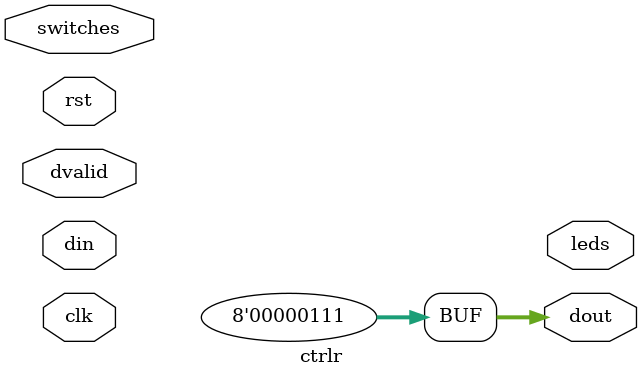
<source format=sv>
`timescale 1ns/1ps

module ctrlr(
    input                   clk,
    input                   rst, 

    //GPIO interface
    input           [15:0]  switches,
    output logic    [15:0]  leds,

    //
    //SPI Command Interface
    //

    //Used to indicate that the data from SPI is currently
    // valid and wont change randomly
    // i.e. there is no ongoing SPI transaction
    input                   dvalid,
    
    //input from SPI
    // coming from the Raspberry Pi
    input           [7:0]   din,

    //output to SPI
    // to be sent to Raspberry Pi
    output logic    [7:0]   dout
);

localparam chip_id = 8'h07;

// How to intrepret the first byte:
// =====================================
// | W | - | - | - | - | A2 | A1 | A0 |
// =====================================

//What to do with the 2nd byte: 
// 
// IF W == 1 (READ)
//
// A2A1A0 == 'h0:  dout = chip_id
// A2A1A0 == 'h1:  dout = switches[7:0]
// A2A1A0 == 'h2:  dout = switches[15:8]
// A2A1A0 == 'h3:  dout = leds[7:0]
// A2A1A0 == 'h4:  dout = leds[15:8]
//
// IF W == 0 (WRITE)
//
// A2A1A0 == 'h0:  ignore 
// A2A1A0 == 'h1:  ignore
// A2A1A0 == 'h2:  ignore
// A2A1A0 == 'h3:  set leds[7:0] = din
// A2A1A0 == 'h4:  set leds[15:8] = din

//fixme!
assign dout = chip_id; 

endmodule

</source>
